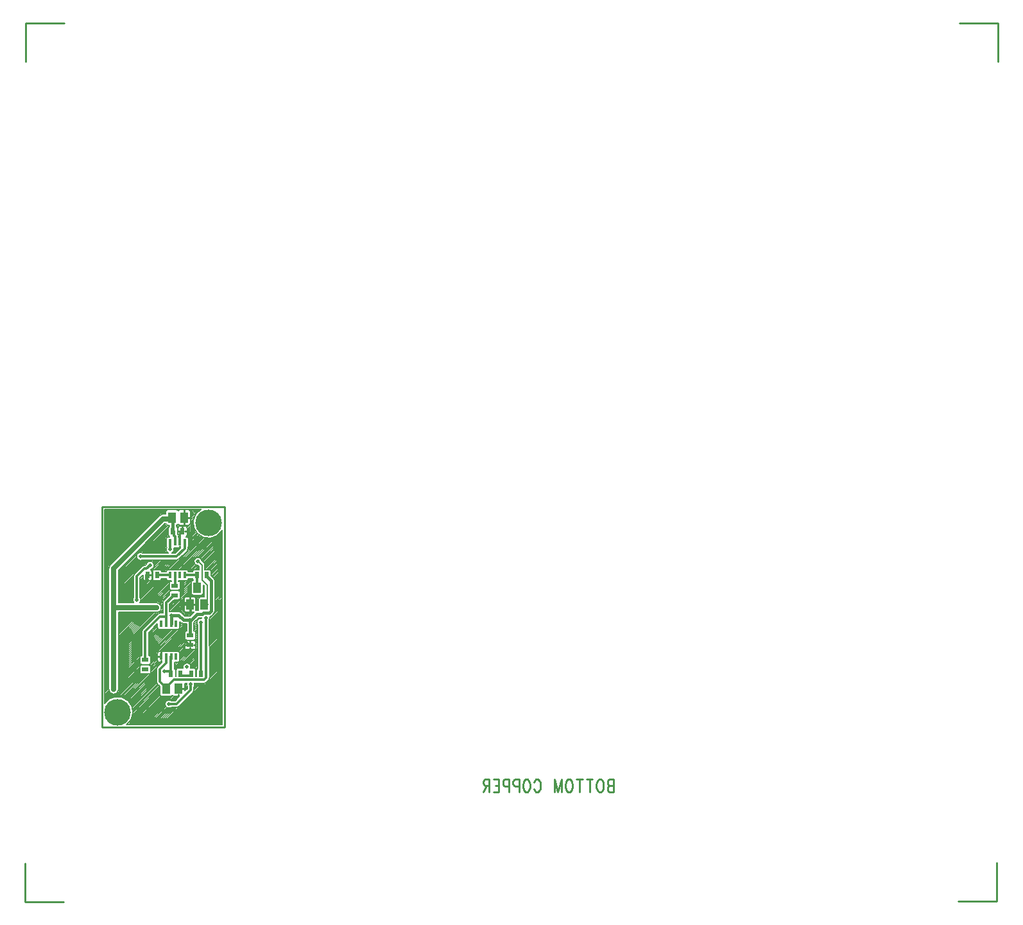
<source format=gbr>
*
*
G04 PADS 9.5 Build Number: 522968 generated Gerber (RS-274-X) file*
G04 PC Version=2.1*
*
%IN "UDA_7.pcb"*%
*
%MOIN*%
*
%FSLAX35Y35*%
*
*
*
*
G04 PC Standard Apertures*
*
*
G04 Thermal Relief Aperture macro.*
%AMTER*
1,1,$1,0,0*
1,0,$1-$2,0,0*
21,0,$3,$4,0,0,45*
21,0,$3,$4,0,0,135*
%
*
*
G04 Annular Aperture macro.*
%AMANN*
1,1,$1,0,0*
1,0,$2,0,0*
%
*
*
G04 Odd Aperture macro.*
%AMODD*
1,1,$1,0,0*
1,0,$1-0.005,0,0*
%
*
*
G04 PC Custom Aperture Macros*
*
*
*
*
*
*
G04 PC Aperture Table*
*
%ADD010C,0.001*%
%ADD011C,0.01*%
%ADD012C,0.01969*%
%ADD015C,0.00787*%
%ADD023C,0.01181*%
%ADD025C,0.01575*%
%ADD027C,0.03937*%
%ADD050R,0.035X0.024*%
%ADD117C,0.1378*%
%ADD123R,0.024X0.035*%
%ADD125C,0.00787*%
%ADD126C,0.02756*%
%ADD127R,0.01575X0.03543*%
%ADD128R,0.04331X0.05709*%
%ADD129R,0.03937X0.05512*%
*
*
*
*
G04 PC Circuitry*
G04 Layer Name UDA_7.pcb - circuitry*
%LPD*%
*
*
G04 PC Custom Flashes*
G04 Layer Name UDA_7.pcb - flashes*
%LPD*%
*
*
G04 PC Circuitry*
G04 Layer Name UDA_7.pcb - circuitry*
%LPD*%
*
G54D10*
G54D11*
G01X2052976Y1435480D02*
Y1428917D01*
Y1435480D02*
X2050931D01*
X2050249Y1435167*
X2050022Y1434855*
X2049795Y1434230*
Y1433605*
X2050022Y1432980*
X2050249Y1432667*
X2050931Y1432355*
X2052976D02*
X2050931D01*
X2050249Y1432042*
X2050022Y1431730*
X2049795Y1431105*
Y1430167*
X2050022Y1429542*
X2050249Y1429230*
X2050931Y1428917*
X2052976*
X2046385Y1435480D02*
X2046840Y1435167D01*
X2047295Y1434542*
X2047522Y1433917*
X2047749Y1432980*
Y1431417*
X2047522Y1430480*
X2047295Y1429855*
X2046840Y1429230*
X2046385Y1428917*
X2045476*
X2045022Y1429230*
X2044567Y1429855*
X2044340Y1430480*
X2044113Y1431417*
Y1432980*
X2044340Y1433917*
X2044567Y1434542*
X2045022Y1435167*
X2045476Y1435480*
X2046385*
X2040476D02*
Y1428917D01*
X2042067Y1435480D02*
X2038885D01*
X2035249D02*
Y1428917D01*
X2036840Y1435480D02*
X2033658D01*
X2030249D02*
X2030704Y1435167D01*
X2031158Y1434542*
X2031385Y1433917*
X2031613Y1432980*
Y1431417*
X2031385Y1430480*
X2031158Y1429855*
X2030704Y1429230*
X2030249Y1428917*
X2029340*
X2028885Y1429230*
X2028431Y1429855*
X2028204Y1430480*
X2027976Y1431417*
Y1432980*
X2028204Y1433917*
X2028431Y1434542*
X2028885Y1435167*
X2029340Y1435480*
X2030249*
X2025931D02*
Y1428917D01*
Y1435480D02*
X2024113Y1428917D01*
X2022295Y1435480D02*
X2024113Y1428917D01*
X2022295Y1435480D02*
Y1428917D01*
X2011613Y1433917D02*
X2011840Y1434542D01*
X2012295Y1435167*
X2012749Y1435480*
X2013658*
X2014113Y1435167*
X2014567Y1434542*
X2014795Y1433917*
X2015022Y1432980*
Y1431417*
X2014795Y1430480*
X2014567Y1429855*
X2014113Y1429230*
X2013658Y1428917*
X2012749*
X2012295Y1429230*
X2011840Y1429855*
X2011613Y1430480*
X2008204Y1435480D02*
X2008658Y1435167D01*
X2009113Y1434542*
X2009340Y1433917*
X2009567Y1432980*
Y1431417*
X2009340Y1430480*
X2009113Y1429855*
X2008658Y1429230*
X2008204Y1428917*
X2007295*
X2006840Y1429230*
X2006385Y1429855*
X2006158Y1430480*
X2005931Y1431417*
Y1432980*
X2006158Y1433917*
X2006385Y1434542*
X2006840Y1435167*
X2007295Y1435480*
X2008204*
X2003885D02*
Y1428917D01*
Y1435480D02*
X2001840D01*
X2001158Y1435167*
X2000931Y1434855*
X2000704Y1434230*
Y1433292*
X2000931Y1432667*
X2001158Y1432355*
X2001840Y1432042*
X2003885*
X1998658Y1435480D02*
Y1428917D01*
Y1435480D02*
X1996613D01*
X1995931Y1435167*
X1995704Y1434855*
X1995476Y1434230*
Y1433292*
X1995704Y1432667*
X1995931Y1432355*
X1996613Y1432042*
X1998658*
X1993431Y1435480D02*
Y1428917D01*
Y1435480D02*
X1990476D01*
X1993431Y1432355D02*
X1991613D01*
X1993431Y1428917D02*
X1990476D01*
X1988431Y1435480D02*
Y1428917D01*
Y1435480D02*
X1986385D01*
X1985704Y1435167*
X1985476Y1434855*
X1985249Y1434230*
Y1433605*
X1985476Y1432980*
X1985704Y1432667*
X1986385Y1432355*
X1988431*
X1986840D02*
X1985249Y1428917D01*
X1831459Y1564154D02*
X1830279D01*
X1826698D02*
X1827879D01*
X1829079Y1567084D02*
Y1565904D01*
X1833291Y1571437D02*
X1832110D01*
X1829945Y1567402D02*
Y1568583D01*
Y1575472D02*
Y1574291D01*
X1829819Y1526296D02*
X1830999D01*
X1832968Y1530232D02*
Y1529052D01*
X1836117Y1526296D02*
X1834936D01*
X1832968Y1522359D02*
Y1523540D01*
X1816067Y1499134D02*
X1817248D01*
X1818035Y1502086D02*
Y1500906D01*
Y1496182D02*
Y1497362D01*
X1830275Y1482616D02*
X1829094D01*
X1826929Y1478581D02*
Y1479762D01*
X1827681Y1555552D02*
Y1556732D01*
X1833117Y1502815D02*
Y1503995D01*
X1830186Y1505195D02*
X1831367D01*
X1833117Y1507576D02*
Y1506395D01*
X1836047Y1505195D02*
X1834867D01*
X1813265Y1541500D02*
X1812084D01*
X1810884Y1538570D02*
Y1539750D01*
X1787425Y1462776D02*
Y1576949D01*
X1850811*
Y1462776*
X1787425*
X1767520Y1828110D02*
X1747520D01*
Y1808110*
X1747441Y1391890D02*
Y1371890D01*
X1767441*
X2232087Y1372205D02*
X2252087D01*
Y1392205*
X2252559Y1808031D02*
Y1828031D01*
X2232559*
G54D12*
X1790181Y1478327D03*
X1793331Y1482264D03*
X1802189Y1476555D03*
X1804551Y1472421D03*
X1822071Y1474587D03*
X1840378Y1475177D03*
Y1479311D03*
Y1483839D03*
X1849039Y1471240D03*
X1836441Y1483839D03*
X1789394Y1502933D03*
Y1485217D03*
X1810063Y1492500D03*
X1804551Y1497028D03*
Y1491713D03*
X1799827D03*
Y1496831D03*
X1819709Y1491516D03*
X1833291Y1484823D03*
X1831323Y1493878D03*
X1848449Y1491909D03*
X1789394Y1522618D03*
Y1511988D03*
X1801795Y1520650D03*
X1797661D03*
X1823252D03*
X1830535Y1515335D03*
X1841165Y1519272D03*
X1838606Y1516909D03*
X1833094Y1518287D03*
X1848055Y1519862D03*
X1833291Y1521634D03*
X1848449Y1505098D03*
Y1512382D03*
X1844118Y1515138D03*
X1789394Y1534232D03*
X1805339Y1528720D03*
X1797661D03*
X1801795D03*
X1810063Y1536398D03*
X1815575Y1524587D03*
X1828961Y1524193D03*
X1826008D03*
X1823055Y1525965D03*
X1826008Y1527933D03*
X1828764D03*
X1848646Y1539350D03*
X1848055Y1527933D03*
X1789394Y1546437D03*
X1790181Y1558248D03*
X1789984Y1550965D03*
X1807307Y1551161D03*
X1799236Y1562579D03*
X1795102Y1558248D03*
X1812228Y1546634D03*
X1822661Y1554902D03*
X1826008Y1547028D03*
X1828764D03*
X1837031Y1548602D03*
X1848646Y1561988D03*
X1836638Y1561004D03*
X1832898D03*
Y1557461D03*
X1836638D03*
X1840969D03*
Y1553524D03*
X1836835Y1545846D03*
G54D15*
X1840448Y1526296D02*
X1841826D01*
Y1536445*
X1837031Y1548602D02*
X1837184Y1548755D01*
X1839197Y1546743*
Y1539075*
X1841826Y1536445*
X1849630Y1463956D02*
Y1564679D01*
X1838775Y1575768D02*
G75*
G03X1849630Y1564679I3841J-7098D01*
G01X1838775Y1575768D02*
X1788606D01*
Y1474962*
X1800088Y1463956D02*
G03X1788606Y1474962I-4789J6497D01*
G01X1800088Y1463956D02*
X1849630D01*
X1831520Y1482745D02*
Y1483578D01*
X1831209Y1485414D02*
G03X1831520Y1483578I2082J-591D01*
G01X1831209Y1485414D02*
X1830275D01*
Y1481500*
X1831520Y1482745*
X1825313Y1552933D02*
X1827932Y1555552D01*
X1826894*
X1826402Y1555659D02*
G03X1826894Y1555552I492J1073D01*
G01X1825909D02*
G03X1826402Y1555659I0J1180D01*
G01X1825909Y1555552D02*
X1824727D01*
X1823562Y1552933D02*
G03X1824727Y1555552I-901J1969D01*
G01X1823562Y1552933D02*
X1825313D01*
X1826894Y1561456D02*
X1827174D01*
X1826892Y1561755D02*
G03X1827174Y1561456I987J649D01*
G01X1826893Y1561693D02*
G03X1826892Y1561755I-1771J-0D01*
G01X1826893Y1561693D02*
Y1561456D01*
X1826894*
X1845959Y1538562D02*
Y1522888D01*
X1845383Y1521496D02*
G03X1845959Y1522888I-1392J1392D01*
G01X1845383Y1521496D02*
X1844326Y1520439D01*
X1843241Y1519887D02*
G03X1844326Y1520439I-307J1944D01*
G01X1842937Y1518027D02*
G03X1843241Y1519887I-1772J1245D01*
G01X1842937Y1518027D02*
Y1505481D01*
X1843133Y1504669D02*
G03X1842937Y1505481I-1771J0D01*
G01X1843133Y1504669D02*
Y1488166D01*
X1842615Y1486913D02*
G03X1843133Y1488166I-1253J1253D01*
G01X1842615Y1486913D02*
X1841634Y1485933D01*
X1840382Y1485414D02*
G03X1841634Y1485933I-0J1771D01*
G01X1840382Y1485414D02*
X1835374D01*
X1835063Y1483578D02*
G03X1835374Y1485414I-1772J1245D01*
G01X1835063Y1483578D02*
Y1482011D01*
X1834544Y1480759D02*
G03X1835063Y1482011I-1253J1252D01*
G01X1834544Y1480759D02*
X1827119Y1473334D01*
X1825867Y1472815D02*
G03X1827119Y1473334I-0J1772D01*
G01X1825867Y1472815D02*
X1823316D01*
Y1476358D02*
G03Y1472815I-1245J-1771D01*
G01Y1476358D02*
X1825133D01*
X1827357Y1478581*
X1824763*
X1823779Y1479110D02*
G03X1824763Y1478581I984J652D01*
G01X1822795D02*
G03X1823779Y1479110I-0J1181D01*
G01X1822795Y1478581D02*
X1818464D01*
X1817284Y1479762D02*
G03X1818464Y1478581I1180J0D01*
G01X1817284Y1479762D02*
Y1483859D01*
X1816094Y1485049*
X1815575Y1486301D02*
G03X1816094Y1485049I1771J-0D01*
G01X1815575Y1486301D02*
Y1492697D01*
X1816094Y1493949D02*
G03X1815575Y1492697I1252J-1252D01*
G01X1816094Y1493949D02*
X1818326Y1496181D01*
X1817248*
X1816067Y1497362D02*
G03X1817248Y1496181I1181J0D01*
G01X1816067Y1497362D02*
Y1500906D01*
X1817248Y1502086D02*
G03X1816067Y1500906I0J-1180D01*
G01X1817248Y1502086D02*
X1818823D01*
X1819315Y1501979D02*
G03X1818823Y1502086I-492J-1073D01*
G01X1819807D02*
G03X1819315Y1501979I0J-1180D01*
G01X1819807Y1502086D02*
X1821382D01*
X1821874Y1501979D02*
G03X1821382Y1502086I-492J-1073D01*
G01X1822366D02*
G03X1821874Y1501979I0J-1180D01*
G01X1822366Y1502086D02*
X1823941D01*
X1824433Y1501979D02*
G03X1823941Y1502086I-492J-1073D01*
G01X1824925D02*
G03X1824433Y1501979I0J-1180D01*
G01X1824925Y1502086D02*
X1826500D01*
X1827681Y1500906D02*
G03X1826500Y1502086I-1181J-0D01*
G01X1827681Y1500906D02*
Y1497362D01*
X1826500Y1496181D02*
G03X1827681Y1497362I0J1181D01*
G01X1826500Y1496181D02*
X1824925D01*
X1824854Y1496184D02*
G03X1824925Y1496181I71J1178D01*
G01X1824854Y1496184D02*
Y1493179D01*
X1825464Y1492146D02*
G03X1824854Y1493179I-1181J-0D01*
G01X1825464Y1492146D02*
Y1488956D01*
X1825663*
Y1492146*
X1826844Y1493326D02*
G03X1825663Y1492146I-0J-1180D01*
G01X1826844Y1493326D02*
X1829229D01*
X1833416D02*
G03X1829229I-2093J552D01*
G01X1833416D02*
X1834933D01*
X1836114Y1492146D02*
G03X1834933Y1493326I-1181J-0D01*
G01X1836114Y1492146D02*
Y1488956D01*
X1836313*
Y1492146*
X1836923Y1493179D02*
G03X1836313Y1492146I571J-1033D01*
G01X1836923Y1493179D02*
Y1503529D01*
X1836835Y1504079D02*
G03X1836923Y1503529I1771J0D01*
G01X1836835Y1504079D02*
Y1515665D01*
X1839013Y1519036D02*
G03X1836835Y1515665I-407J-2127D01*
G01X1839000Y1519272D02*
G03X1839013Y1519036I2165J-0D01*
G01X1839000Y1519272D02*
Y1519278D01*
X1837453*
X1835063Y1516888*
Y1514614*
X1835085Y1514318D02*
G03X1835063Y1514614I-1968J0D01*
G01X1835085Y1514318D02*
Y1512516D01*
X1836048Y1511356D02*
G03X1835085Y1512516I-1181J0D01*
G01X1836048Y1511356D02*
Y1508956D01*
X1834867Y1507775D02*
G03X1836048Y1508956I-0J1181D01*
G01X1834867Y1507775D02*
X1831367D01*
X1830186Y1508956D02*
G03X1831367Y1507775I1181J0D01*
G01X1830186Y1508956D02*
Y1511356D01*
X1831149Y1512516D02*
G03X1830186Y1511356I218J-1160D01*
G01X1831149Y1512516D02*
Y1514045D01*
X1831126Y1514341D02*
G03X1831149Y1514045I1968J-0D01*
G01X1831126Y1514341D02*
Y1516319D01*
X1829464*
X1828072Y1516896D02*
G03X1829464Y1516319I1392J1391D01*
G01X1828072Y1516896D02*
X1827681Y1517287D01*
Y1514409*
X1826500Y1513229D02*
G03X1827681Y1514409I0J1180D01*
G01X1826500Y1513229D02*
X1824925D01*
X1824433Y1513336D02*
G03X1824925Y1513229I492J1073D01*
G01X1823941D02*
G03X1824433Y1513336I-0J1180D01*
G01X1823941Y1513229D02*
X1822366D01*
X1821874Y1513336D02*
G03X1822366Y1513229I492J1073D01*
G01X1821382D02*
G03X1821874Y1513336I-0J1180D01*
G01X1821382Y1513229D02*
X1819807D01*
X1819315Y1513336D02*
G03X1819807Y1513229I492J1073D01*
G01X1818823D02*
G03X1819315Y1513336I-0J1180D01*
G01X1818823Y1513229D02*
X1817248D01*
X1816067Y1514409D02*
G03X1817248Y1513229I1181J0D01*
G01X1816067Y1514409D02*
Y1516215D01*
X1811512Y1511660*
Y1499854*
X1812671Y1498673D02*
G03X1811512Y1499854I-1180J0D01*
G01X1812671Y1498673D02*
Y1496273D01*
X1811491Y1495093D02*
G03X1812671Y1496273I-0J1180D01*
G01X1811491Y1495093D02*
X1807991D01*
X1806810Y1496273D02*
G03X1807991Y1495093I1181J0D01*
G01X1806810Y1496273D02*
Y1498673D01*
X1807969Y1499854D02*
G03X1806810Y1498673I22J-1181D01*
G01X1807969Y1499854D02*
Y1512393D01*
X1808488Y1513646D02*
G03X1807969Y1512393I1253J-1253D01*
G01X1808488Y1513646D02*
X1816154Y1521312D01*
X1817407Y1521831D02*
G03X1816154Y1521312I-0J-1771D01*
G01X1817407Y1521831D02*
X1818823D01*
Y1527160*
X1819342Y1528413D02*
G03X1818823Y1527160I1252J-1253D01*
G01X1819342Y1528413D02*
X1822159Y1531230D01*
Y1532306*
X1823340Y1533486D02*
G03X1822159Y1532306I-0J-1180D01*
G01X1823340Y1533486D02*
X1826840D01*
X1828020Y1532306D02*
G03X1826840Y1533486I-1180J-0D01*
G01X1828020Y1532306D02*
Y1529906D01*
X1826840Y1528725D02*
G03X1828020Y1529906I-0J1181D01*
G01X1826840Y1528725D02*
X1824664D01*
X1822366Y1526427*
Y1522625*
X1824154Y1522618D02*
G03X1822366Y1522625I-902J-1968D01*
G01X1824154Y1522618D02*
X1827102D01*
X1828493Y1522041D02*
G03X1827102Y1522618I-1391J-1391D01*
G01X1828493Y1522041D02*
X1830279Y1520256D01*
X1832192*
X1833060Y1520452D02*
G03X1832192Y1520256I34J-2165D01*
G01X1833060Y1520452D02*
X1834967Y1522360D01*
X1834936Y1522359D02*
G03X1834967Y1522360I0J1181D01*
G01X1834936Y1522359D02*
X1830999D01*
X1829819Y1523540D02*
G03X1830999Y1522359I1180J-0D01*
G01X1829819Y1523540D02*
Y1529052D01*
X1830999Y1530232D02*
G03X1829819Y1529052I0J-1180D01*
G01X1830999Y1530232D02*
X1834936D01*
X1836117Y1529052D02*
G03X1834936Y1530232I-1181J-0D01*
G01X1836117Y1529052D02*
Y1523540D01*
X1836041Y1523122D02*
G03X1836117Y1523540I-1105J418D01*
G01X1836638Y1523215D02*
G03X1836041Y1523122I-0J-1968D01*
G01X1836638Y1523215D02*
X1837345D01*
X1837299Y1523540D02*
G03X1837345Y1523215I1181J-0D01*
G01X1837299Y1523540D02*
Y1529052D01*
X1838480Y1530232D02*
G03X1837299Y1529052I-0J-1180D01*
G01X1838480Y1530232D02*
X1840252D01*
Y1535793*
X1839857Y1536188*
Y1532201*
X1838677Y1531021D02*
G03X1839857Y1532201I-0J1180D01*
G01X1838677Y1531021D02*
X1834740D01*
X1833559Y1532201D02*
G03X1834740Y1531021I1181J0D01*
G01X1833559Y1532201D02*
Y1537713D01*
X1834634Y1538889D02*
G03X1833559Y1537713I106J-1176D01*
G01X1834290Y1539701D02*
G03X1834634Y1538889I1180J21D01*
G01X1834290Y1539701D02*
X1832208D01*
Y1539685*
X1831028Y1538504D02*
G03X1832208Y1539685I-0J1181D01*
G01X1831028Y1538504D02*
X1829453D01*
X1828961Y1538612D02*
G03X1829453Y1538504I492J1073D01*
G01X1828469D02*
G03X1828961Y1538612I-0J1181D01*
G01X1828469Y1538504D02*
X1826894D01*
X1826893*
Y1538446*
X1828020Y1537266D02*
G03X1826893Y1538446I-1180J0D01*
G01X1828020Y1537266D02*
Y1534866D01*
X1826840Y1533685D02*
G03X1828020Y1534866I-0J1181D01*
G01X1826840Y1533685D02*
X1823340D01*
X1822159Y1534866D02*
G03X1823340Y1533685I1181J0D01*
G01X1822159Y1534866D02*
Y1537266D01*
X1823340Y1538447D02*
G03X1822159Y1537266I-0J-1181D01*
G01X1823340Y1538447D02*
X1823351D01*
Y1538504*
X1823350*
X1821776*
X1820595Y1539685D02*
G03X1821776Y1538504I1181J0D01*
G01X1820595Y1539685D02*
X1820595D01*
X1818224*
X1817045Y1538570D02*
G03X1818224Y1539685I0J1180D01*
G01X1817045Y1538570D02*
X1814645D01*
X1813464Y1539750D02*
G03X1814645Y1538570I1181J0D01*
G01X1813464Y1539750D02*
Y1543250D01*
X1814645Y1544431D02*
G03X1813464Y1543250I0J-1181D01*
G01X1814645Y1544431D02*
X1817045D01*
X1818226Y1543250D02*
G03X1817045Y1544431I-1181J0D01*
G01X1818226Y1543250D02*
Y1543228D01*
X1820595*
X1820595*
X1821776Y1544409D02*
G03X1820595Y1543228I-0J-1181D01*
G01X1821776Y1544409D02*
X1823350D01*
X1823843Y1544302D02*
G03X1823350Y1544409I-493J-1074D01*
G01X1824335D02*
G03X1823843Y1544302I-0J-1181D01*
G01X1824335Y1544409D02*
X1825909D01*
X1826402Y1544302D02*
G03X1825909Y1544409I-493J-1074D01*
G01X1826894D02*
G03X1826402Y1544302I-0J-1181D01*
G01X1826894Y1544409D02*
X1828469D01*
X1828961Y1544302D02*
G03X1828469Y1544409I-492J-1074D01*
G01X1829453D02*
G03X1828961Y1544302I-0J-1181D01*
G01X1829453Y1544409D02*
X1831028D01*
X1832208Y1543243D02*
G03X1831028Y1544409I-1180J-15D01*
G01X1832208Y1543243D02*
X1834290D01*
X1835470Y1544403D02*
G03X1834290Y1543243I0J-1181D01*
G01X1835470Y1544403D02*
X1837622D01*
Y1546091*
X1837263Y1546450*
X1838086Y1550493D02*
G03X1837263Y1546450I-1055J-1891D01*
G01X1838922Y1549657D02*
G03X1838086Y1550493I-1598J-763D01*
G01X1839158Y1549008D02*
G03X1838922Y1549657I-2127J-406D01*
G01X1839158Y1549008D02*
X1840310Y1547856D01*
X1840771Y1546743D02*
G03X1840310Y1547856I-1574J-0D01*
G01X1840771Y1546743D02*
Y1544403D01*
X1842831*
X1844012Y1543222D02*
G03X1842831Y1544403I-1181J0D01*
G01X1844012Y1543222D02*
Y1541325D01*
X1845383Y1539954*
X1845959Y1538562D02*
G03X1845383Y1539954I-1968J0D01*
G01X1833291Y1574291D02*
Y1568583D01*
X1832110Y1567402D02*
G03X1833291Y1568583I0J1181D01*
G01X1832110Y1567402D02*
X1827780D01*
X1826795Y1567930D02*
G03X1827780Y1567402I985J653D01*
G01X1826086Y1567434D02*
G03X1826795Y1567930I-275J1149D01*
G01X1826086Y1567434D02*
Y1566800D01*
X1826499Y1565904D02*
G03X1826086Y1566800I-1181J-0D01*
G01X1826499Y1565904D02*
Y1564154D01*
Y1562807*
X1826698Y1562501D02*
G03X1826499Y1562807I-1576J-808D01*
G01X1826698Y1562501D02*
Y1565904D01*
X1827879Y1567084D02*
G03X1826698Y1565904I-0J-1180D01*
G01X1827879Y1567084D02*
X1830279D01*
X1831459Y1565904D02*
G03X1830279Y1567084I-1180J-0D01*
G01X1831459Y1565904D02*
Y1562404D01*
X1830984Y1561456D02*
G03X1831459Y1562404I-705J948D01*
G01X1830984Y1561456D02*
X1831028D01*
X1832208Y1560276D02*
G03X1831028Y1561456I-1180J-0D01*
G01X1832208Y1560276D02*
Y1556732D01*
X1832011Y1556079D02*
G03X1832208Y1556732I-983J653D01*
G01X1832011Y1556079D02*
Y1555355D01*
X1831493Y1554102D02*
G03X1832011Y1555355I-1253J1253D01*
G01X1831493Y1554102D02*
X1827299Y1549909D01*
X1826047Y1549390D02*
G03X1827299Y1549909I-0J1771D01*
G01X1826047Y1549390D02*
X1808552D01*
Y1552933D02*
G03Y1549390I-1245J-1772D01*
G01Y1552933D02*
X1821761D01*
X1820792Y1555993D02*
G03X1821761Y1552933I1869J-1091D01*
G01X1820792Y1555993D02*
Y1556079D01*
X1820595Y1556732D02*
G03X1820792Y1556079I1181J0D01*
G01X1820595Y1556732D02*
Y1560276D01*
X1821776Y1561456D02*
G03X1820595Y1560276I-0J-1180D01*
G01X1821776Y1561456D02*
X1822213D01*
X1821737Y1562404D02*
G03X1822213Y1561456I1181J-0D01*
G01X1821737Y1562404D02*
Y1565904D01*
X1822150Y1566800D02*
G03X1821737Y1565904I768J-896D01*
G01X1822150Y1566800D02*
Y1567402D01*
X1821480*
X1820367Y1568189D02*
G03X1821480Y1567402I1113J394D01*
G01X1820367Y1568189D02*
X1820106D01*
X1795889Y1543973*
Y1527342*
X1803669*
X1803567Y1529965D02*
G03X1803669Y1527342I1772J-1245D01*
G01X1803567Y1529965D02*
Y1540853D01*
X1804086Y1542105D02*
G03X1803567Y1540853I1253J-1252D01*
G01X1804086Y1542105D02*
X1808029Y1546048D01*
X1809282Y1546567D02*
G03X1808029Y1546048I-0J-1771D01*
G01X1809282Y1546567D02*
X1809657D01*
X1810096Y1547006*
X1812600Y1544501D02*
G03X1810096Y1547006I-372J2133D01*
G01X1812600Y1544501D02*
X1812467Y1544367D01*
X1813265Y1543250D02*
G03X1812467Y1544367I-1181J0D01*
G01X1813265Y1543250D02*
Y1539750D01*
X1812084Y1538570D02*
G03X1813265Y1539750I0J1180D01*
G01X1812084Y1538570D02*
X1809684D01*
X1808504Y1539750D02*
G03X1809684Y1538570I1180J0D01*
G01X1808504Y1539750D02*
Y1541513D01*
X1807110Y1540119*
Y1529965*
X1807008Y1527342D02*
G03X1807110Y1529965I-1669J1378D01*
G01X1807008Y1527342D02*
X1815378D01*
X1817187Y1526593D02*
G03X1815378Y1527342I-1809J-1810D01*
G01X1817187Y1526593D02*
X1817384Y1526396D01*
X1814591Y1522225D02*
G03X1817384Y1526396I984J2362D01*
G01X1814591Y1522225D02*
X1795889D01*
Y1482264*
X1790772D02*
G03X1795889I2559J-0D01*
G01X1790772D02*
Y1523799D01*
Y1545033*
X1791521Y1546842D02*
G03X1790772Y1545033I1810J-1809D01*
G01X1791521Y1546842D02*
X1817237Y1572557D01*
X1819046Y1573307D02*
G03X1817237Y1572557I-0J-2559D01*
G01X1819046Y1573307D02*
X1820300D01*
Y1574291*
X1821480Y1575472D02*
G03X1820300Y1574291I0J-1181D01*
G01X1821480Y1575472D02*
X1825811D01*
X1826795Y1574944D02*
G03X1825811Y1575472I-984J-653D01*
G01X1827780D02*
G03X1826795Y1574944I-0J-1181D01*
G01X1827780Y1575472D02*
X1832110D01*
X1833291Y1574291D02*
G03X1832110Y1575472I-1181J0D01*
G01X1812671Y1493713D02*
Y1491313D01*
X1811491Y1490132D02*
G03X1812671Y1491313I-0J1181D01*
G01X1811491Y1490132D02*
X1807991D01*
X1806810Y1491313D02*
G03X1807991Y1490132I1181J-0D01*
G01X1806810Y1491313D02*
Y1493713D01*
X1807991Y1494894D02*
G03X1806810Y1493713I-0J-1181D01*
G01X1807991Y1494894D02*
X1811491D01*
X1812671Y1493713D02*
G03X1811491Y1494894I-1180J-0D01*
G01X1836048Y1506395D02*
Y1503995D01*
X1834867Y1502815D02*
G03X1836048Y1503995I-0J1180D01*
G01X1834867Y1502815D02*
X1831367D01*
X1830186Y1503995D02*
G03X1831367Y1502815I1181J0D01*
G01X1830186Y1503995D02*
Y1506395D01*
X1831367Y1507576D02*
G03X1830186Y1506395I-0J-1181D01*
G01X1831367Y1507576D02*
X1834867D01*
X1836048Y1506395D02*
G03X1834867Y1507576I-1181J0D01*
G01X1825002Y1552933D02*
X1827621Y1555552D01*
X1824000Y1552933D02*
X1826645Y1555578D01*
X1824822Y1554757D02*
X1825616Y1555552D01*
X1830275Y1482039D02*
X1831520Y1483284D01*
X1830275Y1483041D02*
X1831273Y1484039D01*
X1830275Y1484043D02*
X1831128Y1484896D01*
X1830275Y1485045D02*
X1830643Y1485414D01*
X1849406Y1564308D02*
X1849630Y1564532D01*
X1836861Y1550761D02*
X1849630Y1563530D01*
X1837748Y1550645D02*
X1849630Y1562528D01*
X1838403Y1550299D02*
X1849630Y1561526D01*
X1838868Y1549761D02*
X1849630Y1560524D01*
X1839151Y1549042D02*
X1849630Y1559521D01*
X1839639Y1548528D02*
X1849630Y1558519D01*
X1840140Y1548027D02*
X1849630Y1557517D01*
X1840591Y1547475D02*
X1849630Y1556515D01*
X1840771Y1546654D02*
X1849630Y1555513D01*
X1840771Y1545651D02*
X1849630Y1554511D01*
X1840771Y1544649D02*
X1849630Y1553508D01*
X1841527Y1544403D02*
X1849630Y1552506D01*
X1842529Y1544403D02*
X1849630Y1551504D01*
X1843391Y1544262D02*
X1849630Y1550502D01*
X1843885Y1543754D02*
X1849630Y1549500D01*
X1844012Y1542879D02*
X1849630Y1548497D01*
X1844012Y1541877D02*
X1849630Y1547495D01*
X1844237Y1541100D02*
X1849630Y1546493D01*
X1844738Y1540599D02*
X1849630Y1545491D01*
X1845239Y1540097D02*
X1849630Y1544489D01*
X1845694Y1539550D02*
X1849630Y1543486D01*
X1845945Y1538799D02*
X1849630Y1542484D01*
X1845959Y1537811D02*
X1849630Y1541482D01*
X1845959Y1536809D02*
X1849630Y1540480D01*
X1845959Y1535806D02*
X1849630Y1539478D01*
X1845959Y1534804D02*
X1849630Y1538475D01*
X1845959Y1533802D02*
X1849630Y1537473D01*
X1845959Y1532800D02*
X1849630Y1536471D01*
X1845959Y1531798D02*
X1849630Y1535469D01*
X1845959Y1530796D02*
X1849630Y1534467D01*
X1845959Y1529793D02*
X1849630Y1533464D01*
X1845959Y1528791D02*
X1849630Y1532462D01*
X1845959Y1527789D02*
X1849630Y1531460D01*
X1845959Y1526787D02*
X1849630Y1530458D01*
X1845959Y1525785D02*
X1849630Y1529456D01*
X1845959Y1524782D02*
X1849630Y1528453D01*
X1845959Y1523780D02*
X1849630Y1527451D01*
X1845956Y1522775D02*
X1849630Y1526449D01*
X1843327Y1519143D02*
X1849630Y1525447D01*
X1842937Y1517751D02*
X1849630Y1524445D01*
X1842937Y1516749D02*
X1849630Y1523442D01*
X1842937Y1515746D02*
X1849630Y1522440D01*
X1842937Y1514744D02*
X1849630Y1521438D01*
X1842937Y1513742D02*
X1849630Y1520436D01*
X1842937Y1512740D02*
X1849630Y1519434D01*
X1842937Y1511738D02*
X1849630Y1518431D01*
X1842937Y1510736D02*
X1849630Y1517429D01*
X1842937Y1509733D02*
X1849630Y1516427D01*
X1842937Y1508731D02*
X1849630Y1515425D01*
X1842937Y1507729D02*
X1849630Y1514423D01*
X1842937Y1506727D02*
X1849630Y1513420D01*
X1842937Y1505725D02*
X1849630Y1512418D01*
X1843118Y1504904D02*
X1849630Y1511416D01*
X1843133Y1503917D02*
X1849630Y1510414D01*
X1843133Y1502915D02*
X1849630Y1509412D01*
X1843133Y1501913D02*
X1849630Y1508409D01*
X1843133Y1500910D02*
X1849630Y1507407D01*
X1843133Y1499908D02*
X1849630Y1506405D01*
X1843133Y1498906D02*
X1849630Y1505403D01*
X1843133Y1497904D02*
X1849630Y1504401D01*
X1843133Y1496902D02*
X1849630Y1503398D01*
X1843133Y1495899D02*
X1849630Y1502396D01*
X1843133Y1494897D02*
X1849630Y1501394D01*
X1843133Y1493895D02*
X1849630Y1500392D01*
X1843133Y1492893D02*
X1849630Y1499390D01*
X1843133Y1491891D02*
X1849630Y1498387D01*
X1843133Y1490888D02*
X1849630Y1497385D01*
X1843133Y1489886D02*
X1849630Y1496383D01*
X1843133Y1488884D02*
X1849630Y1495381D01*
X1843106Y1487854D02*
X1849630Y1494379D01*
X1820210Y1463956D02*
X1849630Y1493377D01*
X1821212Y1463956D02*
X1849630Y1492374D01*
X1822214Y1463956D02*
X1849630Y1491372D01*
X1823217Y1463956D02*
X1849630Y1490370D01*
X1824219Y1463956D02*
X1849630Y1489368D01*
X1825221Y1463956D02*
X1849630Y1488366D01*
X1826223Y1463956D02*
X1849630Y1487363D01*
X1827225Y1463956D02*
X1849630Y1486361D01*
X1828228Y1463956D02*
X1849630Y1485359D01*
X1829230Y1463956D02*
X1849630Y1484357D01*
X1830232Y1463956D02*
X1849630Y1483355D01*
X1831234Y1463956D02*
X1849630Y1482352D01*
X1832236Y1463956D02*
X1849630Y1481350D01*
X1833239Y1463956D02*
X1849630Y1480348D01*
X1834241Y1463956D02*
X1849630Y1479346D01*
X1835243Y1463956D02*
X1849630Y1478344D01*
X1836245Y1463956D02*
X1849630Y1477341D01*
X1837247Y1463956D02*
X1849630Y1476339D01*
X1838250Y1463956D02*
X1849630Y1475337D01*
X1839252Y1463956D02*
X1849630Y1474335D01*
X1840254Y1463956D02*
X1849630Y1473333D01*
X1841256Y1463956D02*
X1849630Y1472330D01*
X1842258Y1463956D02*
X1849630Y1471328D01*
X1843261Y1463956D02*
X1849630Y1470326D01*
X1844263Y1463956D02*
X1849630Y1469324D01*
X1845265Y1463956D02*
X1849630Y1468322D01*
X1846267Y1463956D02*
X1849630Y1467319D01*
X1847269Y1463956D02*
X1849630Y1466317D01*
X1848272Y1463956D02*
X1849630Y1465315D01*
X1849274Y1463956D02*
X1849630Y1464313D01*
X1829507Y1544409D02*
X1846978Y1561880D01*
X1828504Y1544409D02*
X1845081Y1560985D01*
X1827502Y1544409D02*
X1843777Y1560684D01*
X1826396Y1544304D02*
X1842691Y1560600D01*
X1825498Y1544409D02*
X1841737Y1560648D01*
X1824496Y1544409D02*
X1840876Y1560789D01*
X1819208Y1463956D02*
X1840693Y1485441D01*
X1839857Y1534716D02*
X1840252Y1535110D01*
X1839857Y1533713D02*
X1840252Y1534108D01*
X1839857Y1532711D02*
X1840252Y1533106D01*
X1838376Y1530228D02*
X1840252Y1532103D01*
X1839383Y1530232D02*
X1840252Y1531101D01*
X1839857Y1535718D02*
X1840092Y1535953D01*
X1823486Y1544401D02*
X1840090Y1561005D01*
X1818206Y1463956D02*
X1839663Y1485414D01*
X1822492Y1544409D02*
X1839365Y1561283D01*
X1831941Y1554861D02*
X1838696Y1561616D01*
X1835050Y1481803D02*
X1838661Y1485414D01*
X1838210Y1519038D02*
X1838451Y1519278D01*
X1836117Y1528971D02*
X1838167Y1531021D01*
X1832011Y1555933D02*
X1838076Y1561998D01*
X1833291Y1571244D02*
X1837815Y1575768D01*
X1835063Y1482818D02*
X1837659Y1485414D01*
X1836516Y1544403D02*
X1837622Y1545509D01*
X1837518Y1544403D02*
X1837622Y1544507D01*
X1832208Y1557132D02*
X1837502Y1562426D01*
X1835514Y1544403D02*
X1837412Y1546301D01*
X1836117Y1527969D02*
X1837304Y1529155D01*
X1836117Y1526967D02*
X1837299Y1528148D01*
X1836117Y1525964D02*
X1837299Y1527146D01*
X1836117Y1524962D02*
X1837299Y1526144D01*
X1836117Y1523960D02*
X1837299Y1525142D01*
X1836353Y1523194D02*
X1837299Y1524140D01*
X1835891Y1529747D02*
X1837165Y1531021D01*
X1832208Y1558135D02*
X1836973Y1562900D01*
X1827532Y1493326D02*
X1836923Y1502717D01*
X1831249Y1496042D02*
X1836923Y1501715D01*
X1832106Y1495896D02*
X1836923Y1500713D01*
X1832733Y1495521D02*
X1836923Y1499711D01*
X1833189Y1494975D02*
X1836923Y1498709D01*
X1833457Y1494241D02*
X1836923Y1497706D01*
X1833545Y1493326D02*
X1836923Y1496704D01*
X1834547Y1493326D02*
X1836923Y1495702D01*
X1835437Y1493214D02*
X1836923Y1494700D01*
X1835958Y1492733D02*
X1836923Y1493698D01*
X1826468Y1493265D02*
X1836881Y1503678D01*
X1835085Y1513908D02*
X1836835Y1515658D01*
X1835085Y1512906D02*
X1836835Y1514656D01*
X1835521Y1512339D02*
X1836835Y1513654D01*
X1835967Y1511784D02*
X1836835Y1512652D01*
X1836048Y1510862D02*
X1836835Y1511649D01*
X1836048Y1509860D02*
X1836835Y1510647D01*
X1836043Y1508853D02*
X1836835Y1509645D01*
X1835550Y1507358D02*
X1836835Y1508643D01*
X1835981Y1506786D02*
X1836835Y1507641D01*
X1836048Y1505851D02*
X1836835Y1506638D01*
X1836048Y1504849D02*
X1836835Y1505636D01*
X1836037Y1503836D02*
X1836835Y1504634D01*
X1833291Y1572246D02*
X1836813Y1575768D01*
X1835326Y1484083D02*
X1836657Y1485414D01*
X1833352Y1543243D02*
X1836591Y1546483D01*
X1835063Y1514888D02*
X1836517Y1516342D01*
X1832208Y1559137D02*
X1836489Y1563417D01*
X1835063Y1515890D02*
X1836478Y1517305D01*
X1836114Y1491887D02*
X1836313Y1492086D01*
X1836114Y1490885D02*
X1836313Y1491084D01*
X1836114Y1489882D02*
X1836313Y1490082D01*
X1836190Y1488956D02*
X1836313Y1489079D01*
X1835313Y1530171D02*
X1836162Y1531021D01*
X1832208Y1560139D02*
X1836048Y1563979D01*
X1832350Y1543243D02*
X1835877Y1546771D01*
X1833291Y1573248D02*
X1835811Y1575768D01*
X1835426Y1485185D02*
X1835654Y1485414D01*
X1832005Y1560938D02*
X1835654Y1564587D01*
X1833291Y1570241D02*
X1835469Y1572420D01*
X1832001Y1543897D02*
X1835347Y1547242D01*
X1831445Y1561380D02*
X1835309Y1565244D01*
X1834372Y1530232D02*
X1835160Y1531021D01*
X1825149Y1492948D02*
X1835027Y1502826D01*
X1831459Y1562397D02*
X1835016Y1565954D01*
X1831438Y1544336D02*
X1834988Y1547886D01*
X1834766Y1507576D02*
X1834970Y1507780D01*
X1830509Y1544409D02*
X1834873Y1548773D01*
X1833291Y1569239D02*
X1834824Y1570772D01*
X1833291Y1574250D02*
X1834809Y1575768D01*
X1831459Y1563399D02*
X1834784Y1566723D01*
X1831459Y1564401D02*
X1834621Y1567563D01*
X1833212Y1568158D02*
X1834592Y1569538D01*
X1831459Y1565403D02*
X1834547Y1568491D01*
X1832536Y1520379D02*
X1834516Y1522359D01*
X1827914Y1532795D02*
X1834383Y1539263D01*
X1833370Y1530232D02*
X1834260Y1531122D01*
X1824854Y1493656D02*
X1834014Y1502815D01*
X1833764Y1507576D02*
X1833963Y1507775D01*
X1827440Y1533322D02*
X1833819Y1539701D01*
X1833048Y1575009D02*
X1833807Y1575768D01*
X1832368Y1530232D02*
X1833728Y1531593D01*
X1828020Y1531898D02*
X1833559Y1537437D01*
X1828020Y1530896D02*
X1833559Y1536435D01*
X1828020Y1529894D02*
X1833559Y1535432D01*
X1822366Y1523237D02*
X1833559Y1534430D01*
X1822920Y1522789D02*
X1833559Y1533428D01*
X1831365Y1530232D02*
X1833559Y1532426D01*
X1831410Y1520256D02*
X1833514Y1522359D01*
X1827681Y1497484D02*
X1833011Y1502815D01*
X1832762Y1507576D02*
X1832961Y1507775D01*
X1828020Y1534905D02*
X1832816Y1539701D01*
X1832456Y1575420D02*
X1832804Y1575768D01*
X1831381Y1566327D02*
X1832535Y1567481D01*
X1830408Y1520256D02*
X1832512Y1522359D01*
X1827681Y1498486D02*
X1832009Y1502815D01*
X1831760Y1507576D02*
X1831959Y1507775D01*
X1831506Y1575472D02*
X1831802Y1575768D01*
X1829843Y1520692D02*
X1831510Y1522359D01*
X1830936Y1566884D02*
X1831454Y1567402D01*
X1819194Y1502026D02*
X1831149Y1513981D01*
X1820257Y1502086D02*
X1831149Y1512978D01*
X1817250Y1502086D02*
X1831126Y1515963D01*
X1818252Y1502086D02*
X1831126Y1514960D01*
X1827681Y1499488D02*
X1831050Y1502858D01*
X1825268Y1502086D02*
X1831011Y1507830D01*
X1830504Y1575472D02*
X1830800Y1575768D01*
X1828020Y1535907D02*
X1830618Y1538504D01*
X1829341Y1521193D02*
X1830583Y1522435D01*
X1812671Y1498510D02*
X1830481Y1516319D01*
X1830134Y1567084D02*
X1830451Y1567402D01*
X1827681Y1500491D02*
X1830446Y1503256D01*
X1824230Y1502050D02*
X1830424Y1508245D01*
X1821259Y1502086D02*
X1830186Y1511014D01*
X1822256Y1502081D02*
X1830186Y1510011D01*
X1823263Y1502086D02*
X1830186Y1509009D01*
X1826270Y1502086D02*
X1830186Y1506003D01*
X1827105Y1501919D02*
X1830186Y1505000D01*
X1827577Y1501389D02*
X1830186Y1503998D01*
X1828840Y1521694D02*
X1830023Y1522877D01*
X1823860Y1522727D02*
X1829819Y1528686D01*
X1824753Y1522618D02*
X1829819Y1527683D01*
X1825755Y1522618D02*
X1829819Y1526681D01*
X1826757Y1522618D02*
X1829819Y1525679D01*
X1827674Y1522533D02*
X1829819Y1524677D01*
X1828331Y1522187D02*
X1829819Y1523675D01*
X1829502Y1575472D02*
X1829798Y1575768D01*
X1828020Y1536909D02*
X1829615Y1538504D01*
X1827681Y1514521D02*
X1829479Y1516319D01*
X1829132Y1567084D02*
X1829449Y1567402D01*
X1828534Y1493326D02*
X1829159Y1493951D01*
X1828500Y1575472D02*
X1828796Y1575768D01*
X1827681Y1515524D02*
X1828652Y1516495D01*
X1827898Y1537789D02*
X1828623Y1538515D01*
X1828129Y1567084D02*
X1828447Y1567402D01*
X1827681Y1516526D02*
X1828061Y1516906D01*
X1827451Y1575425D02*
X1827793Y1575768D01*
X1827408Y1538301D02*
X1827611Y1538504D01*
X1826406Y1566363D02*
X1827483Y1567440D01*
X1826086Y1567046D02*
X1826870Y1567830D01*
X1822366Y1524239D02*
X1826851Y1528725D01*
X1824594Y1476358D02*
X1826818Y1478581D01*
X1826602Y1533486D02*
X1826801Y1533685D01*
X1826360Y1575337D02*
X1826791Y1575768D01*
X1826499Y1565454D02*
X1826698Y1565653D01*
X1826499Y1564452D02*
X1826698Y1564651D01*
X1826499Y1563449D02*
X1826698Y1563649D01*
X1826646Y1562595D02*
X1826698Y1562646D01*
X1821441Y1544361D02*
X1826541Y1549460D01*
X1812479Y1499320D02*
X1826388Y1513229D01*
X1824854Y1494658D02*
X1826378Y1496181D01*
X1817204Y1463956D02*
X1826075Y1472828D01*
X1822366Y1525242D02*
X1825849Y1528725D01*
X1823592Y1476358D02*
X1825815Y1478581D01*
X1825599Y1533486D02*
X1825799Y1533685D01*
X1825493Y1575472D02*
X1825789Y1575768D01*
X1825459Y1492256D02*
X1825724Y1492521D01*
X1825464Y1491258D02*
X1825663Y1491458D01*
X1825464Y1490256D02*
X1825663Y1490455D01*
X1825464Y1489254D02*
X1825663Y1489453D01*
X1819306Y1543228D02*
X1825468Y1549390D01*
X1811927Y1499770D02*
X1825386Y1513229D01*
X1824854Y1495660D02*
X1825376Y1496181D01*
X1816201Y1463956D02*
X1825060Y1472815D01*
X1822366Y1526244D02*
X1824847Y1528725D01*
X1822842Y1476610D02*
X1824813Y1478581D01*
X1824597Y1533486D02*
X1824796Y1533685D01*
X1824491Y1575472D02*
X1824787Y1575768D01*
X1811512Y1500357D02*
X1824473Y1513319D01*
X1818304Y1543228D02*
X1824466Y1549390D01*
X1815199Y1463956D02*
X1824058Y1472815D01*
X1821979Y1476750D02*
X1824051Y1478821D01*
X1823595Y1533486D02*
X1823794Y1533685D01*
X1823489Y1575472D02*
X1823785Y1575768D01*
X1818008Y1543934D02*
X1823464Y1549390D01*
X1811512Y1501359D02*
X1823381Y1513229D01*
X1816283Y1527177D02*
X1822884Y1533777D01*
X1808184Y1463956D02*
X1822809Y1478581D01*
X1814197Y1463956D02*
X1822783Y1472542D01*
X1822486Y1575472D02*
X1822782Y1575768D01*
X1811438Y1527342D02*
X1822600Y1538504D01*
X1817436Y1544364D02*
X1822462Y1549390D01*
X1811512Y1502361D02*
X1822379Y1513229D01*
X1815446Y1527341D02*
X1822341Y1534237D01*
X1812440Y1527342D02*
X1822159Y1537061D01*
X1813442Y1527342D02*
X1822159Y1536059D01*
X1814444Y1527342D02*
X1822159Y1535057D01*
X1816928Y1526819D02*
X1822159Y1532050D01*
X1808176Y1553144D02*
X1822150Y1567118D01*
X1821455Y1561412D02*
X1821881Y1561838D01*
X1807182Y1463956D02*
X1821807Y1478581D01*
X1821484Y1575472D02*
X1821780Y1575768D01*
X1808967Y1552933D02*
X1821737Y1565703D01*
X1809969Y1552933D02*
X1821737Y1564701D01*
X1810971Y1552933D02*
X1821737Y1563699D01*
X1811973Y1552933D02*
X1821737Y1562697D01*
X1813195Y1463956D02*
X1821693Y1472455D01*
X1810436Y1527342D02*
X1821609Y1538516D01*
X1816500Y1544431D02*
X1821459Y1549390D01*
X1807356Y1553326D02*
X1821433Y1567403D01*
X1811512Y1503363D02*
X1821377Y1513229D01*
X1820993Y1552933D02*
X1821288Y1553228D01*
X1812193Y1463956D02*
X1820963Y1472727D01*
X1809433Y1527342D02*
X1820941Y1538850D01*
X1819991Y1552933D02*
X1820820Y1553762D01*
X1806179Y1463956D02*
X1820804Y1478581D01*
X1818157Y1573148D02*
X1820778Y1575768D01*
X1795889Y1542862D02*
X1820713Y1567685D01*
X1820308Y1543228D02*
X1820643Y1543563D01*
X1812976Y1552933D02*
X1820639Y1560596D01*
X1816984Y1552933D02*
X1820608Y1556556D01*
X1808431Y1527342D02*
X1820607Y1539518D01*
X1813978Y1552933D02*
X1820595Y1559550D01*
X1814980Y1552933D02*
X1820595Y1558548D01*
X1815982Y1552933D02*
X1820595Y1557545D01*
X1817987Y1552933D02*
X1820592Y1555538D01*
X1818989Y1552933D02*
X1820538Y1554482D01*
X1815498Y1544431D02*
X1820457Y1549390D01*
X1811190Y1463956D02*
X1820420Y1473186D01*
X1811512Y1504366D02*
X1820375Y1513229D01*
X1819319Y1573307D02*
X1820300Y1574287D01*
X1795889Y1543864D02*
X1820215Y1568189D01*
X1810188Y1463956D02*
X1820048Y1473816D01*
X1809186Y1463956D02*
X1819908Y1474678D01*
X1805177Y1463956D02*
X1819802Y1478581D01*
X1788606Y1544598D02*
X1819776Y1575768D01*
X1807429Y1527342D02*
X1819772Y1539685D01*
X1814485Y1544420D02*
X1819455Y1549390D01*
X1811512Y1505368D02*
X1819433Y1513289D01*
X1817444Y1526333D02*
X1818965Y1527854D01*
X1817857Y1525744D02*
X1818823Y1526710D01*
X1818102Y1524987D02*
X1818823Y1525708D01*
X1818048Y1523930D02*
X1818823Y1524706D01*
X1816866Y1521746D02*
X1818823Y1523703D01*
X1817953Y1521831D02*
X1818823Y1522701D01*
X1804175Y1463956D02*
X1818800Y1478581D01*
X1788606Y1545600D02*
X1818774Y1575768D01*
X1807479Y1528394D02*
X1818770Y1539685D01*
X1813026Y1543963D02*
X1818453Y1549390D01*
X1811512Y1506370D02*
X1818370Y1513229D01*
X1803173Y1463956D02*
X1817927Y1478711D01*
X1788606Y1546603D02*
X1817771Y1575768D01*
X1814369Y1546308D02*
X1817451Y1549390D01*
X1802171Y1463956D02*
X1817422Y1479208D01*
X1811512Y1507372D02*
X1817368Y1513229D01*
X1812671Y1491494D02*
X1817358Y1496181D01*
X1803245Y1469040D02*
X1817284Y1483078D01*
X1802873Y1467665D02*
X1817284Y1482076D01*
X1801514Y1465305D02*
X1817284Y1481074D01*
X1801168Y1463956D02*
X1817284Y1480072D01*
X1803364Y1470161D02*
X1817173Y1483970D01*
X1788606Y1547605D02*
X1816769Y1575768D01*
X1803340Y1471139D02*
X1816672Y1484471D01*
X1807415Y1529333D02*
X1816652Y1538570D01*
X1811512Y1508374D02*
X1816576Y1513439D01*
X1812671Y1492497D02*
X1816570Y1496395D01*
X1814305Y1547247D02*
X1816448Y1549390D01*
X1795889Y1501772D02*
X1816231Y1522114D01*
X1803217Y1472018D02*
X1816171Y1484972D01*
X1811512Y1509377D02*
X1816139Y1514004D01*
X1812671Y1493499D02*
X1816136Y1496964D01*
X1811512Y1511381D02*
X1816067Y1515937D01*
X1811512Y1510379D02*
X1816067Y1514934D01*
X1812671Y1497508D02*
X1816067Y1500904D01*
X1812671Y1496505D02*
X1816067Y1499901D01*
X1811963Y1494795D02*
X1816067Y1498899D01*
X1812498Y1494328D02*
X1816067Y1497897D01*
X1799514Y1477335D02*
X1815904Y1493725D01*
X1788606Y1548607D02*
X1815767Y1575768D01*
X1803015Y1472819D02*
X1815744Y1485547D01*
X1807110Y1530030D02*
X1815650Y1538570D01*
X1800112Y1476931D02*
X1815575Y1492394D01*
X1800665Y1476481D02*
X1815575Y1491392D01*
X1801173Y1475987D02*
X1815575Y1490390D01*
X1801637Y1475449D02*
X1815575Y1489387D01*
X1802056Y1474866D02*
X1815575Y1488385D01*
X1802428Y1474236D02*
X1815575Y1487383D01*
X1802750Y1473555D02*
X1815575Y1486381D01*
X1813973Y1547916D02*
X1815446Y1549390D01*
X1795889Y1502774D02*
X1815175Y1522059D01*
X1788606Y1549609D02*
X1814765Y1575768D01*
X1807110Y1531032D02*
X1814648Y1538570D01*
X1813465Y1548411D02*
X1814444Y1549390D01*
X1795889Y1503776D02*
X1814338Y1522225D01*
X1807110Y1532034D02*
X1813906Y1538830D01*
X1788606Y1550611D02*
X1813763Y1575768D01*
X1807110Y1533036D02*
X1813507Y1539434D01*
X1813265Y1543200D02*
X1813475Y1543410D01*
X1813265Y1542198D02*
X1813464Y1542397D01*
X1813265Y1541196D02*
X1813464Y1541395D01*
X1813265Y1540194D02*
X1813464Y1540393D01*
X1812779Y1548728D02*
X1813442Y1549390D01*
X1795889Y1504778D02*
X1813336Y1522225D01*
X1788606Y1551614D02*
X1812760Y1575768D01*
X1811807Y1548757D02*
X1812440Y1549390D01*
X1795889Y1505781D02*
X1812334Y1522225D01*
X1788606Y1552616D02*
X1811758Y1575768D01*
X1807110Y1534038D02*
X1811641Y1538570D01*
X1808348Y1546301D02*
X1811437Y1549390D01*
X1795889Y1506783D02*
X1811331Y1522225D01*
X1798868Y1477691D02*
X1811309Y1490132D01*
X1811059Y1494894D02*
X1811259Y1495093D01*
X1788606Y1553618D02*
X1810756Y1575768D01*
X1807110Y1535041D02*
X1810639Y1538570D01*
X1795889Y1534844D02*
X1810435Y1549390D01*
X1795889Y1507785D02*
X1810329Y1522225D01*
X1798170Y1477995D02*
X1810307Y1490132D01*
X1810057Y1494894D02*
X1810256Y1495093D01*
X1809617Y1546567D02*
X1810105Y1547055D01*
X1788606Y1554620D02*
X1809754Y1575768D01*
X1807110Y1536043D02*
X1809638Y1538570D01*
X1795889Y1535846D02*
X1809433Y1549390D01*
X1795889Y1508787D02*
X1809327Y1522225D01*
X1797414Y1478241D02*
X1809305Y1490132D01*
X1809055Y1494894D02*
X1809254Y1495093D01*
X1807110Y1537045D02*
X1808917Y1538853D01*
X1788606Y1555622D02*
X1808752Y1575768D01*
X1807110Y1538047D02*
X1808536Y1539474D01*
X1807110Y1540052D02*
X1808504Y1541445D01*
X1807110Y1539049D02*
X1808504Y1540443D01*
X1795889Y1509789D02*
X1808325Y1522225D01*
X1796590Y1478419D02*
X1808302Y1490132D01*
X1795889Y1536849D02*
X1808256Y1549216D01*
X1808053Y1494894D02*
X1808252Y1495093D01*
X1795889Y1500770D02*
X1808054Y1512934D01*
X1795889Y1499767D02*
X1807969Y1511847D01*
X1795889Y1498765D02*
X1807969Y1510845D01*
X1795889Y1497763D02*
X1807969Y1509843D01*
X1795889Y1496761D02*
X1807969Y1508841D01*
X1795889Y1495759D02*
X1807969Y1507839D01*
X1795889Y1494756D02*
X1807969Y1506836D01*
X1795889Y1493754D02*
X1807969Y1505834D01*
X1795889Y1492752D02*
X1807969Y1504832D01*
X1795889Y1491750D02*
X1807969Y1503830D01*
X1795889Y1490748D02*
X1807969Y1502828D01*
X1795889Y1489745D02*
X1807969Y1501825D01*
X1795889Y1488743D02*
X1807969Y1500823D01*
X1788606Y1556625D02*
X1807749Y1575768D01*
X1795682Y1478514D02*
X1807438Y1490270D01*
X1795889Y1483732D02*
X1807405Y1495248D01*
X1795889Y1510792D02*
X1807323Y1522225D01*
X1795889Y1537851D02*
X1807050Y1549012D01*
X1794664Y1478498D02*
X1806940Y1490774D01*
X1795889Y1484734D02*
X1806923Y1495768D01*
X1795889Y1487741D02*
X1806810Y1498662D01*
X1795889Y1486739D02*
X1806810Y1497659D01*
X1795889Y1485737D02*
X1806810Y1496657D01*
X1795889Y1482730D02*
X1806810Y1493651D01*
X1795816Y1481654D02*
X1806810Y1492648D01*
X1793479Y1478315D02*
X1806810Y1491646D01*
X1788606Y1557627D02*
X1806747Y1575768D01*
X1795889Y1511794D02*
X1806320Y1522225D01*
X1795889Y1538853D02*
X1806288Y1549251D01*
X1788606Y1558629D02*
X1805745Y1575768D01*
X1795889Y1539855D02*
X1805721Y1549687D01*
X1795889Y1540857D02*
X1805324Y1550292D01*
X1795889Y1512796D02*
X1805318Y1522225D01*
X1795889Y1541860D02*
X1805143Y1551113D01*
X1788606Y1559631D02*
X1804743Y1575768D01*
X1795889Y1513798D02*
X1804316Y1522225D01*
X1795889Y1533842D02*
X1803833Y1541786D01*
X1788606Y1560633D02*
X1803741Y1575768D01*
X1795889Y1532840D02*
X1803567Y1540518D01*
X1795889Y1531838D02*
X1803567Y1539516D01*
X1795889Y1530836D02*
X1803567Y1538513D01*
X1795889Y1529833D02*
X1803567Y1537511D01*
X1795889Y1528831D02*
X1803567Y1536509D01*
X1795889Y1527829D02*
X1803567Y1535507D01*
X1796405Y1527342D02*
X1803567Y1534505D01*
X1797407Y1527342D02*
X1803567Y1533503D01*
X1798409Y1527342D02*
X1803567Y1532500D01*
X1799411Y1527342D02*
X1803567Y1531498D01*
X1800414Y1527342D02*
X1803567Y1530496D01*
X1803420Y1527342D02*
X1803562Y1527484D01*
X1795889Y1514800D02*
X1803314Y1522225D01*
X1802418Y1527342D02*
X1803245Y1528169D01*
X1801416Y1527342D02*
X1803215Y1529141D01*
X1788606Y1561636D02*
X1802738Y1575768D01*
X1795889Y1515803D02*
X1802312Y1522225D01*
X1788606Y1562638D02*
X1801736Y1575768D01*
X1795889Y1516805D02*
X1801309Y1522225D01*
X1788606Y1563640D02*
X1800734Y1575768D01*
X1800166Y1463956D02*
X1800447Y1464237D01*
X1795889Y1517807D02*
X1800307Y1522225D01*
X1788606Y1564642D02*
X1799732Y1575768D01*
X1795889Y1518809D02*
X1799305Y1522225D01*
X1788606Y1565644D02*
X1798730Y1575768D01*
X1795889Y1519811D02*
X1798303Y1522225D01*
X1788606Y1566647D02*
X1797728Y1575768D01*
X1795889Y1520814D02*
X1797301Y1522225D01*
X1788606Y1567649D02*
X1796725Y1575768D01*
X1795889Y1521816D02*
X1796298Y1522225D01*
X1788606Y1568651D02*
X1795723Y1575768D01*
X1788606Y1569653D02*
X1794721Y1575768D01*
X1791963Y1477801D02*
X1793940Y1479779D01*
X1788606Y1570655D02*
X1793719Y1575768D01*
X1788606Y1475447D02*
X1792901Y1479741D01*
X1788606Y1571657D02*
X1792717Y1575768D01*
X1788606Y1476449D02*
X1792151Y1479993D01*
X1788606Y1572660D02*
X1791714Y1575768D01*
X1788606Y1477451D02*
X1791566Y1480411D01*
X1788606Y1478453D02*
X1791123Y1480970D01*
X1788606Y1543596D02*
X1790931Y1545921D01*
X1788606Y1479455D02*
X1790838Y1481687D01*
X1788606Y1542594D02*
X1790772Y1544760D01*
X1788606Y1541592D02*
X1790772Y1543758D01*
X1788606Y1540589D02*
X1790772Y1542756D01*
X1788606Y1539587D02*
X1790772Y1541753D01*
X1788606Y1538585D02*
X1790772Y1540751D01*
X1788606Y1537583D02*
X1790772Y1539749D01*
X1788606Y1536581D02*
X1790772Y1538747D01*
X1788606Y1535578D02*
X1790772Y1537745D01*
X1788606Y1534576D02*
X1790772Y1536742D01*
X1788606Y1533574D02*
X1790772Y1535740D01*
X1788606Y1532572D02*
X1790772Y1534738D01*
X1788606Y1531570D02*
X1790772Y1533736D01*
X1788606Y1530567D02*
X1790772Y1532734D01*
X1788606Y1529565D02*
X1790772Y1531731D01*
X1788606Y1528563D02*
X1790772Y1530729D01*
X1788606Y1527561D02*
X1790772Y1529727D01*
X1788606Y1526559D02*
X1790772Y1528725D01*
X1788606Y1525556D02*
X1790772Y1527723D01*
X1788606Y1524554D02*
X1790772Y1526720D01*
X1788606Y1523552D02*
X1790772Y1525718D01*
X1788606Y1522550D02*
X1790772Y1524716D01*
X1788606Y1521548D02*
X1790772Y1523714D01*
X1788606Y1520545D02*
X1790772Y1522712D01*
X1788606Y1519543D02*
X1790772Y1521709D01*
X1788606Y1518541D02*
X1790772Y1520707D01*
X1788606Y1517539D02*
X1790772Y1519705D01*
X1788606Y1516537D02*
X1790772Y1518703D01*
X1788606Y1515534D02*
X1790772Y1517701D01*
X1788606Y1514532D02*
X1790772Y1516698D01*
X1788606Y1513530D02*
X1790772Y1515696D01*
X1788606Y1512528D02*
X1790772Y1514694D01*
X1788606Y1511526D02*
X1790772Y1513692D01*
X1788606Y1510523D02*
X1790772Y1512690D01*
X1788606Y1509521D02*
X1790772Y1511687D01*
X1788606Y1508519D02*
X1790772Y1510685D01*
X1788606Y1507517D02*
X1790772Y1509683D01*
X1788606Y1506515D02*
X1790772Y1508681D01*
X1788606Y1505513D02*
X1790772Y1507679D01*
X1788606Y1504510D02*
X1790772Y1506676D01*
X1788606Y1503508D02*
X1790772Y1505674D01*
X1788606Y1502506D02*
X1790772Y1504672D01*
X1788606Y1501504D02*
X1790772Y1503670D01*
X1788606Y1500502D02*
X1790772Y1502668D01*
X1788606Y1499499D02*
X1790772Y1501665D01*
X1788606Y1498497D02*
X1790772Y1500663D01*
X1788606Y1497495D02*
X1790772Y1499661D01*
X1788606Y1496493D02*
X1790772Y1498659D01*
X1788606Y1495491D02*
X1790772Y1497657D01*
X1788606Y1494488D02*
X1790772Y1496654D01*
X1788606Y1493486D02*
X1790772Y1495652D01*
X1788606Y1492484D02*
X1790772Y1494650D01*
X1788606Y1491482D02*
X1790772Y1493648D01*
X1788606Y1490480D02*
X1790772Y1492646D01*
X1788606Y1489477D02*
X1790772Y1491643D01*
X1788606Y1488475D02*
X1790772Y1490641D01*
X1788606Y1487473D02*
X1790772Y1489639D01*
X1788606Y1486471D02*
X1790772Y1488637D01*
X1788606Y1485469D02*
X1790772Y1487635D01*
X1788606Y1484466D02*
X1790772Y1486632D01*
X1788606Y1483464D02*
X1790772Y1485630D01*
X1788606Y1482462D02*
X1790772Y1484628D01*
X1788606Y1481460D02*
X1790772Y1483626D01*
X1788606Y1480458D02*
X1790772Y1482624D01*
X1788606Y1573662D02*
X1790712Y1575768D01*
X1788606Y1574664D02*
X1789710Y1575768D01*
X1788606Y1575666D02*
X1788708Y1575768D01*
G54D23*
X1790181Y1478327D02*
Y1478720D01*
X1800024*
X1802189Y1476555*
X1804551Y1472421D02*
X1813905D01*
X1815086Y1471240*
X1849039*
X1820630Y1483018D02*
X1822071Y1484459D01*
Y1484726*
X1824530Y1487185*
X1840382*
X1841362Y1488166*
Y1504669*
X1822071Y1474587D02*
X1825867D01*
X1833291Y1482011*
Y1484823*
X1820630Y1482616D02*
Y1483018D01*
X1840378Y1479311D02*
Y1483839D01*
X1789394Y1511988D02*
Y1502933D01*
Y1485217*
X1804551Y1491713D02*
Y1497028D01*
X1799827Y1491713D02*
Y1496831D01*
X1809741Y1497473D02*
Y1512393D01*
X1817407Y1520060*
X1820594*
X1817346Y1486301D02*
Y1492697D01*
X1820594Y1495945*
Y1499134*
X1817346Y1486301D02*
X1820630Y1483018D01*
X1819709Y1491516D02*
Y1491555D01*
X1823083*
Y1490396*
Y1499134*
X1823154*
X1828044Y1490396D02*
Y1489236D01*
X1833733*
Y1490396*
X1848449Y1491909D02*
Y1505098D01*
X1789394Y1522618D02*
Y1534232D01*
X1797661Y1520650D02*
X1801795D01*
X1820594Y1520060D02*
Y1527160D01*
X1824540Y1531106*
X1825090*
X1829989Y1512177D02*
X1830535Y1512723D01*
Y1515335*
X1829989Y1512177D02*
Y1507773D01*
X1832567Y1505195*
X1833117*
X1820594Y1516181D02*
Y1520060D01*
X1833094Y1514341D02*
X1833117Y1514318D01*
X1841165Y1519272D02*
Y1504866D01*
X1841362Y1504669*
X1838606Y1516909D02*
Y1504079D01*
X1838694Y1503991*
Y1490396*
X1833094Y1518287D02*
X1833387Y1517995D01*
X1848055Y1519862D02*
Y1527933D01*
X1844118Y1515138D02*
X1848449Y1512382D01*
X1805339Y1528720D02*
Y1540853D01*
X1809282Y1544796*
X1810390*
X1812228Y1546634*
X1797661Y1528720D02*
X1801795D01*
X1810063Y1536398D02*
X1810275Y1540341D01*
Y1541500*
X1810884*
X1824630Y1527933D02*
X1826008D01*
Y1524193D02*
X1828961D01*
X1823055Y1525965D02*
Y1526358D01*
X1824630Y1527933*
X1828764D02*
X1833094Y1525768D01*
X1815845Y1541500D02*
Y1541457D01*
X1822563*
X1825090Y1536066D02*
X1825122D01*
Y1541457*
X1830240D02*
Y1541472D01*
X1836670*
X1833094Y1525768D02*
X1833488Y1525571D01*
Y1525768*
X1833094Y1526169D02*
Y1525768D01*
X1833291Y1525571*
Y1521634*
X1833094Y1526169D02*
X1833488Y1525776D01*
Y1525768*
X1848646Y1539350D02*
Y1561988D01*
X1836670Y1541472D02*
Y1534957D01*
X1836708*
X1833094Y1526169D02*
X1832968Y1526296D01*
X1833094*
Y1526169*
X1840448Y1526296D02*
X1841826D01*
X1789984Y1550965D02*
X1790083D01*
Y1558051*
X1790181*
Y1558248*
X1807307Y1551161D02*
X1826047D01*
X1830240Y1555355*
Y1558504*
X1795102Y1558248D02*
Y1562579D01*
X1799236*
X1826008Y1547028D02*
X1828764D01*
X1824118Y1564154D02*
X1824728D01*
Y1562087*
X1825122Y1561693*
Y1558504*
X1827681D02*
Y1562756D01*
X1829079Y1564154*
X1822563Y1558504D02*
Y1554902D01*
X1822661*
X1837031Y1548602D02*
X1837324Y1548894D01*
X1832898Y1561004D02*
X1836638D01*
X1832898Y1557461D02*
X1836638D01*
X1840969Y1553524D02*
Y1557461D01*
X1823646Y1571437D02*
X1824118D01*
G54D25*
X1823252Y1520650D02*
X1827102D01*
X1829464Y1518287*
X1833094*
X1823154Y1516181D02*
Y1517165D01*
X1823252Y1520650*
X1833117Y1514318D02*
Y1510156D01*
X1833387Y1517995D02*
X1836638Y1521247D01*
X1839261*
X1839845Y1521831*
X1842934*
X1843991Y1522888*
X1833094Y1518287D02*
Y1514341D01*
X1841631Y1541472D02*
Y1540922D01*
X1843991Y1538562*
Y1522888*
X1824118Y1571437D02*
Y1564154D01*
G54D27*
X1823646Y1570748D02*
Y1571437D01*
G54D50*
X1833117Y1510156D03*
Y1505195D03*
X1809741Y1492513D03*
Y1497473D03*
X1825090Y1531106D03*
Y1536066D03*
G54D117*
X1842616Y1568670D03*
X1795299Y1470453D03*
G54D123*
X1828044Y1490396D03*
X1823083D03*
X1810884Y1541500D03*
X1815845D03*
X1838694Y1490396D03*
X1833733D03*
X1841631Y1541472D03*
X1836670D03*
X1824118Y1564154D03*
X1829079D03*
G54D125*
X1809741Y1492513D02*
X1810050D01*
X1810063Y1492500*
G54D126*
X1793331Y1482264D02*
Y1523799D01*
Y1545033*
X1819046Y1570748*
X1823646*
X1793331Y1523799D02*
X1794315Y1524783D01*
X1815378*
X1815575Y1524587*
G54D127*
X1830240Y1541457D03*
X1827681D03*
X1825122D03*
X1822563D03*
Y1558504D03*
X1825122D03*
X1827681D03*
X1830240D03*
X1825713Y1499134D03*
X1823154D03*
X1820594D03*
X1818035D03*
Y1516181D03*
X1820594D03*
X1823154D03*
X1825713D03*
G54D128*
X1820630Y1482616D03*
X1826929D03*
X1823646Y1571437D03*
X1829945D03*
G54D129*
X1840448Y1526296D03*
X1832968D03*
X1836708Y1534957D03*
G74*
X0Y0D02*
M02*

</source>
